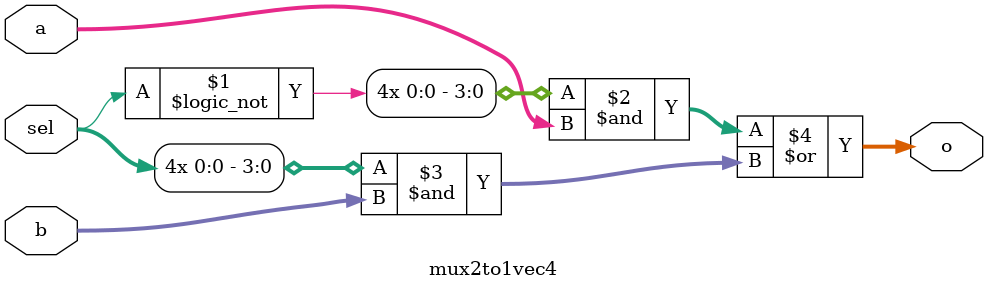
<source format=v>
module Control(
    input [5:0] op,
    input [5:0] Funct,
    output IsJAL,
    output IsShamt,
    output MemtoReg,
    output RegWrite,
    output BneOrBeq,
    output [3:0] ALUop,
    output ALUSrc,
    output IsSyscall,
    output ZeroExtend,
    output MemRead,
    output MemWrite,
    output Jump,
    output Branch,
    output RegDst,
    output IsJR,
    output IsCOP0,
    output ReadRs,
    output ReadRt
);

    wire RTYPE, COP0;
    assign RTYPE = !op[0] && !op[1] && !op[2] && !op[3] && !op[4] && !op[5]; //000000
    assign COP0  = !op[0] &&  op[1] && !op[2] && !op[3] && !op[4] && !op[5]; //010000

    Opcode_Decoder opcode_decoder(op, MemRead, MemWrite, ALUSrc, Jump, MemtoReg, Branch, RegDst, RegWrite, BneOrBeq, IsJAL, ZeroExtend);
    RegisterRead_Decoder registerread_decoder(op, Funct, ReadRs, ReadRt);

    wire [3:0] ALUop_F, ALUop_A;
    wire jr, syscall, shamt;

    Funct_Decoder funct_decoder(Funct, ALUop_F, jr, syscall, shamt);
    ALU_Decoder alu_decoder(op, ALUop_A);

    wire IsSpecial;
    assign IsSpecial = RTYPE;
    
    mux2to1 mux_jr(1'b0, jr, IsSpecial, IsJR);
    mux2to1 mux_syscall(1'b0, syscall, IsSpecial, IsSyscall);
    mux2to1 mux_shamt(1'b0, shamt, IsSpecial, IsShamt);

    mux2to1vec4 mux_aluop(ALUop_F, ALUop_A, !IsSpecial, ALUop);

    assign IsCOP0 = COP0;

endmodule

module mux2to1(
    input a,
    input b,
    input sel,
    output o
);

    assign o = (!sel && a) || (sel && b);

endmodule


module mux2to1vec4(
    input [3:0] a,
    input [3:0] b,
    input sel,
    output [3:0] o
);

    assign o = ({4{!sel}} & a) | ({4{sel}} & b);

endmodule

</source>
